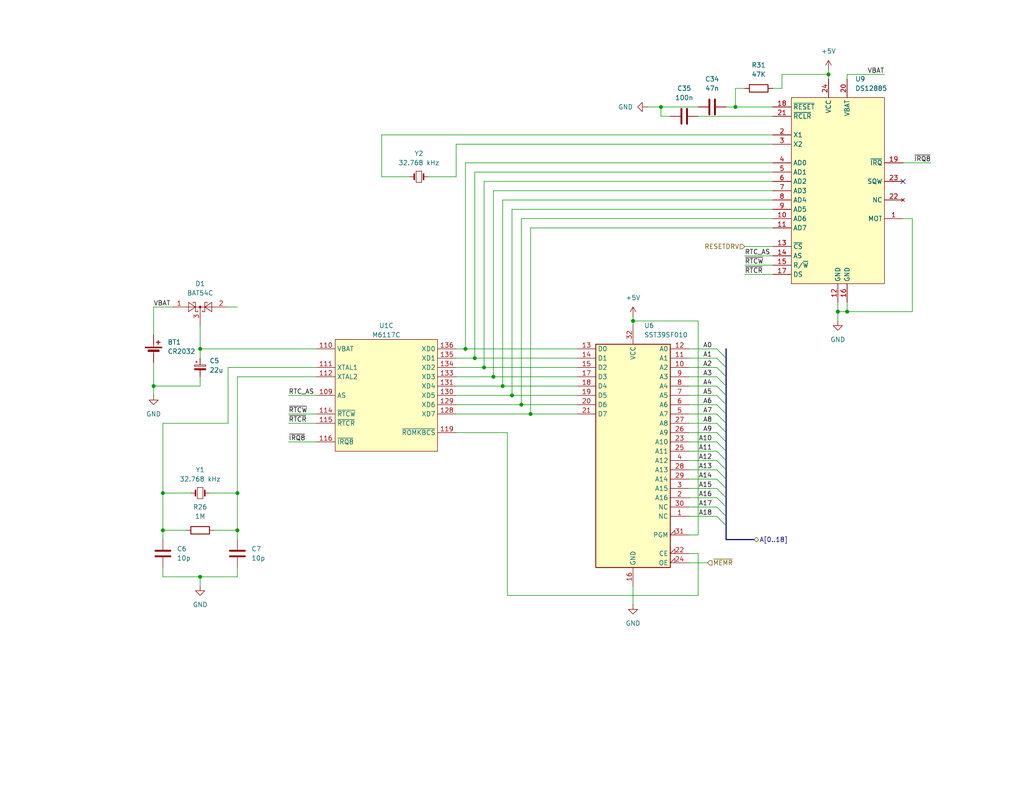
<source format=kicad_sch>
(kicad_sch (version 20231120) (generator "eeschema") (generator_version "8.0")
  (paper "USLetter")
  (lib_symbols
    (symbol "Device:Battery_Cell" (pin_numbers hide) (pin_names (offset 0) hide)
      (property "Reference" "BT" (at 2.54 2.54 0))
      (property "Value" "Battery_Cell" (at 2.54 0 0))
      (symbol "Battery_Cell_0_1"
        (rectangle (start -2.286 1.778) (end 2.286 1.524) (fill (type outline)))
        (rectangle (start -1.524 1.016) (end 1.524 0.508) (fill (type outline)))
        (polyline (pts (xy 0 0.762) (xy 0 0)))
        (polyline (pts (xy 0 1.778) (xy 0 2.54)))
        (polyline (pts (xy 0.762 3.048) (xy 1.778 3.048)) (stroke (width 0.254)))
        (polyline (pts (xy 1.27 3.556) (xy 1.27 2.54)) (stroke (width 0.254)))
      )
      (symbol "Battery_Cell_1_1"
        (pin passive line (at 0 5.08 270) (length 2.54) (name "+") (number "1"))
        (pin passive line (at 0 -2.54 90) (length 2.54) (name "-") (number "2"))
      )
    )
    (symbol "Device:C" (pin_numbers hide) (pin_names (offset 0.254))
      (property "Reference" "C" (at 0.635 2.54 0))
      (property "Value" "C" (at 0.635 -2.54 0))
      (symbol "C_0_1"
        (polyline (pts (xy -2.032 -0.762) (xy 2.032 -0.762)) (stroke (width 0.508)))
        (polyline (pts (xy -2.032 0.762) (xy 2.032 0.762)) (stroke (width 0.508)))
      )
      (symbol "C_1_1"
        (pin passive line (at 0 3.81 270) (length 2.794) (name "~") (number "1"))
        (pin passive line (at 0 -3.81 90) (length 2.794) (name "~") (number "2"))
      )
    )
    (symbol "Device:C_Polarized_Small" (pin_numbers hide) (pin_names (offset 0.254) hide)
      (property "Reference" "C" (at 0.254 1.778 0))
      (property "Value" "C_Polarized_Small" (at 0.254 -2.032 0))
      (symbol "C_Polarized_Small_0_1"
        (rectangle (start -1.524 -0.3048) (end 1.524 -0.6858) (fill (type outline)))
        (rectangle (start -1.524 0.6858) (end 1.524 0.3048))
        (polyline (pts (xy -1.27 1.524) (xy -0.762 1.524)))
        (polyline (pts (xy -1.016 1.27) (xy -1.016 1.778)))
      )
      (symbol "C_Polarized_Small_1_1"
        (pin passive line (at 0 2.54 270) (length 1.8542) (name "~") (number "1"))
        (pin passive line (at 0 -2.54 90) (length 1.8542) (name "~") (number "2"))
      )
    )
    (symbol "Device:Crystal_Small" (pin_numbers hide) (pin_names (offset 1.016) hide)
      (property "Reference" "Y" (at 0 2.54 0))
      (property "Value" "Crystal_Small" (at 0 -2.54 0))
      (symbol "Crystal_Small_0_1"
        (rectangle (start -0.762 -1.524) (end 0.762 1.524))
        (polyline (pts (xy -1.27 -0.762) (xy -1.27 0.762)) (stroke (width 0.381)))
        (polyline (pts (xy 1.27 -0.762) (xy 1.27 0.762)) (stroke (width 0.381)))
      )
      (symbol "Crystal_Small_1_1"
        (pin passive line (at -2.54 0 0) (length 1.27) (name "1") (number "1"))
        (pin passive line (at 2.54 0 180) (length 1.27) (name "2") (number "2"))
      )
    )
    (symbol "Device:R" (pin_numbers hide) (pin_names (offset 0))
      (property "Reference" "R" (at 2.032 0 90))
      (property "Value" "R" (at 0 0 90))
      (symbol "R_0_1"
        (rectangle (start -1.016 -2.54) (end 1.016 2.54) (stroke (width 0.254)))
      )
      (symbol "R_1_1"
        (pin passive line (at 0 3.81 270) (length 1.27) (name "~") (number "1"))
        (pin passive line (at 0 -3.81 90) (length 1.27) (name "~") (number "2"))
      )
    )
    (symbol "Diode:BAT54C" (pin_names (offset 1.016))
      (property "Reference" "D" (at 0.635 -3.81 0))
      (property "Value" "BAT54C" (at -6.35 3.175 0))
      (symbol "BAT54C_0_1"
        (polyline (pts (xy -1.905 0) (xy 1.905 0)))
        (polyline (pts (xy -1.905 1.27) (xy -1.905 1.016)))
        (polyline (pts (xy -1.27 -1.27) (xy -0.635 -1.27)))
        (polyline (pts (xy -1.27 0) (xy -3.81 0)))
        (polyline (pts (xy -1.27 1.27) (xy -1.905 1.27)))
        (polyline (pts (xy -1.27 1.27) (xy -1.27 -1.27)))
        (polyline (pts (xy -0.635 -1.27) (xy -0.635 -1.016)))
        (polyline (pts (xy 0.635 -1.27) (xy 0.635 -1.016)))
        (polyline (pts (xy 1.27 -1.27) (xy 0.635 -1.27)))
        (polyline (pts (xy 1.27 1.27) (xy 1.27 -1.27)))
        (polyline (pts (xy 1.27 1.27) (xy 1.905 1.27)))
        (polyline (pts (xy 1.905 1.27) (xy 1.905 1.016)))
        (polyline (pts (xy 3.81 0) (xy 1.27 0)))
        (polyline (pts (xy -3.175 -1.27) (xy -3.175 1.27) (xy -1.27 0) (xy -3.175 -1.27)))
        (polyline (pts (xy 3.175 -1.27) (xy 3.175 1.27) (xy 1.27 0) (xy 3.175 -1.27)))
        (circle (center 0 0) (radius 0.254) (fill (type outline)))
      )
      (symbol "BAT54C_1_1"
        (pin passive line (at -7.62 0 0) (length 3.81) (name "~") (number "1"))
        (pin passive line (at 7.62 0 180) (length 3.81) (name "~") (number "2"))
        (pin passive line (at 0 -5.08 90) (length 5.08) (name "~") (number "3"))
      )
    )
    (symbol "Memory_Flash:SST39SF010"
      (property "Reference" "U" (at 2.54 33.02 0))
      (property "Value" "SST39SF010" (at 0 -30.48 0))
      (symbol "SST39SF010_0_0"
        (pin power_in line (at 0 -34.29 90) (length 5.08) (name "GND") (number "16"))
        (pin power_in line (at 0 36.83 270) (length 5.08) (name "VCC") (number "32"))
      )
      (symbol "SST39SF010_0_1"
        (rectangle (start -10.16 31.75) (end 10.16 -29.21) (stroke (width 0.254)) (fill (type background)))
      )
      (symbol "SST39SF010_1_1"
        (pin input line (at -15.24 -15.24 0) (length 5.08) (name "NC") (number "1"))
        (pin input line (at -15.24 25.4 0) (length 5.08) (name "A2") (number "10"))
        (pin input line (at -15.24 27.94 0) (length 5.08) (name "A1") (number "11"))
        (pin input line (at -15.24 30.48 0) (length 5.08) (name "A0") (number "12"))
        (pin tri_state line (at 15.24 30.48 180) (length 5.08) (name "D0") (number "13"))
        (pin tri_state line (at 15.24 27.94 180) (length 5.08) (name "D1") (number "14"))
        (pin tri_state line (at 15.24 25.4 180) (length 5.08) (name "D2") (number "15"))
        (pin tri_state line (at 15.24 22.86 180) (length 5.08) (name "D3") (number "17"))
        (pin tri_state line (at 15.24 20.32 180) (length 5.08) (name "D4") (number "18"))
        (pin tri_state line (at 15.24 17.78 180) (length 5.08) (name "D5") (number "19"))
        (pin input line (at -15.24 -10.16 0) (length 5.08) (name "A16") (number "2"))
        (pin tri_state line (at 15.24 15.24 180) (length 5.08) (name "D6") (number "20"))
        (pin tri_state line (at 15.24 12.7 180) (length 5.08) (name "D7") (number "21"))
        (pin input input_low (at -15.24 -25.4 0) (length 5.08) (name "CE") (number "22"))
        (pin input line (at -15.24 5.08 0) (length 5.08) (name "A10") (number "23"))
        (pin input input_low (at -15.24 -27.94 0) (length 5.08) (name "OE") (number "24"))
        (pin input line (at -15.24 2.54 0) (length 5.08) (name "A11") (number "25"))
        (pin input line (at -15.24 7.62 0) (length 5.08) (name "A9") (number "26"))
        (pin input line (at -15.24 10.16 0) (length 5.08) (name "A8") (number "27"))
        (pin input line (at -15.24 -2.54 0) (length 5.08) (name "A13") (number "28"))
        (pin input line (at -15.24 -5.08 0) (length 5.08) (name "A14") (number "29"))
        (pin input line (at -15.24 -7.62 0) (length 5.08) (name "A15") (number "3"))
        (pin input line (at -15.24 -12.7 0) (length 5.08) (name "NC") (number "30"))
        (pin input input_low (at -15.24 -20.32 0) (length 5.08) (name "PGM") (number "31"))
        (pin input line (at -15.24 0 0) (length 5.08) (name "A12") (number "4"))
        (pin input line (at -15.24 12.7 0) (length 5.08) (name "A7") (number "5"))
        (pin input line (at -15.24 15.24 0) (length 5.08) (name "A6") (number "6"))
        (pin input line (at -15.24 17.78 0) (length 5.08) (name "A5") (number "7"))
        (pin input line (at -15.24 20.32 0) (length 5.08) (name "A4") (number "8"))
        (pin input line (at -15.24 22.86 0) (length 5.08) (name "A3") (number "9"))
      )
    )
    (symbol "pc-parts:DS12885"
      (property "Reference" "U" (at 0 0 0))
      (property "Value" "DS12885" (at 0 0 0))
      (symbol "DS12885_0_0"
        (pin input line (at 17.78 -7.62 180) (length 5.08) (name "MOT") (number "1"))
        (pin bidirectional line (at -17.78 -7.62 0) (length 5.08) (name "AD6") (number "10"))
        (pin bidirectional line (at -17.78 -10.16 0) (length 5.08) (name "AD7") (number "11"))
        (pin power_in line (at 0 -30.48 90) (length 5.08) (name "GND") (number "12"))
        (pin input line (at -17.78 -15.24 0) (length 5.08) (name "~{CS}") (number "13"))
        (pin input line (at -17.78 -17.78 0) (length 5.08) (name "AS") (number "14"))
        (pin input line (at -17.78 -20.32 0) (length 5.08) (name "R/~{W}") (number "15"))
        (pin power_in line (at 2.54 -30.48 90) (length 5.08) (name "GND") (number "16"))
        (pin input line (at -17.78 -22.86 0) (length 5.08) (name "DS") (number "17"))
        (pin input line (at -17.78 22.86 0) (length 5.08) (name "~{RESET}") (number "18"))
        (pin output line (at 17.78 7.62 180) (length 5.08) (name "~{IRQ}") (number "19"))
        (pin bidirectional line (at -17.78 15.24 0) (length 5.08) (name "X1") (number "2"))
        (pin power_in line (at 2.54 30.48 270) (length 5.08) (name "VBAT") (number "20"))
        (pin input line (at -17.78 20.32 0) (length 5.08) (name "~{RCLR}") (number "21"))
        (pin no_connect line (at 17.78 -2.54 180) (length 5.08) (name "NC") (number "22"))
        (pin output line (at 17.78 2.54 180) (length 5.08) (name "SQW") (number "23"))
        (pin power_in line (at -2.54 30.48 270) (length 5.08) (name "VCC") (number "24"))
        (pin bidirectional line (at -17.78 12.7 0) (length 5.08) (name "X2") (number "3"))
        (pin bidirectional line (at -17.78 7.62 0) (length 5.08) (name "AD0") (number "4"))
        (pin bidirectional line (at -17.78 5.08 0) (length 5.08) (name "AD1") (number "5"))
        (pin bidirectional line (at -17.78 2.54 0) (length 5.08) (name "AD2") (number "6"))
        (pin bidirectional line (at -17.78 0 0) (length 5.08) (name "AD3") (number "7"))
        (pin bidirectional line (at -17.78 -2.54 0) (length 5.08) (name "AD4") (number "8"))
        (pin bidirectional line (at -17.78 -5.08 0) (length 5.08) (name "AD5") (number "9"))
      )
      (symbol "DS12885_1_1"
        (rectangle (start -12.7 25.4) (end 12.7 -25.4) (fill (type background)))
      )
    )
    (symbol "pc-parts:M6117C"
      (property "Reference" "U" (at 0 0 0))
      (symbol "M6117C_1_0"
        (unit_name "Power")
        (pin power_in line (at 17.78 12.7 270) (length 5.08) (name "VCC") (number "1"))
        (pin power_in line (at -1.27 -12.7 90) (length 5.08) (name "GND") (number "104"))
        (pin power_in line (at -2.54 12.7 270) (length 5.08) (name "VCC") (number "105"))
        (pin power_in line (at 1.27 -12.7 90) (length 5.08) (name "GND") (number "118"))
        (pin power_in line (at 3.81 -12.7 90) (length 5.08) (name "GND") (number "121"))
        (pin power_in line (at -5.08 12.7 270) (length 5.08) (name "VCC") (number "125"))
        (pin power_in line (at 6.35 -12.7 90) (length 5.08) (name "GND") (number "132"))
        (pin power_in line (at -7.62 12.7 270) (length 5.08) (name "VCC") (number "137"))
        (pin power_in line (at 15.24 12.7 270) (length 5.08) (name "VCC") (number "15"))
        (pin power_in line (at -10.16 12.7 270) (length 5.08) (name "VCC") (number "150"))
        (pin power_in line (at 8.89 -12.7 90) (length 5.08) (name "GND") (number "156"))
        (pin power_in line (at -12.7 12.7 270) (length 5.08) (name "VCC") (number "157"))
        (pin power_in line (at 11.43 -12.7 90) (length 5.08) (name "GND") (number "161"))
        (pin power_in line (at 13.97 -12.7 90) (length 5.08) (name "GND") (number "169"))
        (pin power_in line (at -15.24 12.7 270) (length 5.08) (name "VCC") (number "182"))
        (pin power_in line (at 16.51 -12.7 90) (length 5.08) (name "GND") (number "188"))
        (pin power_in line (at -17.78 12.7 270) (length 5.08) (name "VCC") (number "197"))
        (pin power_in line (at 19.05 -12.7 90) (length 5.08) (name "GND") (number "208"))
        (pin power_in line (at -16.51 -12.7 90) (length 5.08) (name "GND") (number "31"))
        (pin power_in line (at 12.7 12.7 270) (length 5.08) (name "VCC") (number "38"))
        (pin power_in line (at -13.97 -12.7 90) (length 5.08) (name "GND") (number "40"))
        (pin power_in line (at 10.16 12.7 270) (length 5.08) (name "VCC") (number "46"))
        (pin power_in line (at -11.43 -12.7 90) (length 5.08) (name "GND") (number "52"))
        (pin power_in line (at 7.62 12.7 270) (length 5.08) (name "VCC") (number "53"))
        (pin power_in line (at 5.08 12.7 270) (length 5.08) (name "VCC") (number "59"))
        (pin power_in line (at -8.89 -12.7 90) (length 5.08) (name "GND") (number "65"))
        (pin power_in line (at 2.54 12.7 270) (length 5.08) (name "VCC") (number "76"))
        (pin power_in line (at -19.05 -12.7 90) (length 5.08) (name "GND") (number "8"))
        (pin power_in line (at -6.35 -12.7 90) (length 5.08) (name "GND") (number "81"))
        (pin power_in line (at 0 12.7 270) (length 5.08) (name "VCC") (number "85"))
        (pin power_in line (at -3.81 -12.7 90) (length 5.08) (name "GND") (number "94"))
      )
      (symbol "M6117C_1_1"
        (unit_name "Power")
        (rectangle (start -20.955 7.62) (end 20.955 -7.62) (fill (type background)))
      )
      (symbol "M6117C_2_0"
        (unit_name "RAM")
        (pin output line (at -19.05 16.51 0) (length 5.08) (name "MA6") (number "100"))
        (pin output line (at -19.05 19.05 0) (length 5.08) (name "MA5") (number "101"))
        (pin output line (at -19.05 21.59 0) (length 5.08) (name "MA4") (number "102"))
        (pin output line (at -19.05 24.13 0) (length 5.08) (name "MA3") (number "103"))
        (pin output line (at -19.05 26.67 0) (length 5.08) (name "MA2") (number "106"))
        (pin output line (at -19.05 29.21 0) (length 5.08) (name "MA1") (number "107"))
        (pin output line (at -19.05 31.75 0) (length 5.08) (name "MA0") (number "108"))
        (pin bidirectional line (at 19.05 -6.35 180) (length 5.08) (name "BD15") (number "58"))
        (pin bidirectional line (at 19.05 -3.81 180) (length 5.08) (name "BD14") (number "60"))
        (pin bidirectional line (at 19.05 -1.27 180) (length 5.08) (name "BD13") (number "61"))
        (pin bidirectional line (at 19.05 1.27 180) (length 5.08) (name "BD12") (number "62"))
        (pin bidirectional line (at 19.05 3.81 180) (length 5.08) (name "BD11") (number "63"))
        (pin bidirectional line (at 19.05 6.35 180) (length 5.08) (name "BD10") (number "64"))
        (pin bidirectional line (at 19.05 8.89 180) (length 5.08) (name "BD9") (number "66"))
        (pin bidirectional line (at 19.05 11.43 180) (length 5.08) (name "BD8") (number "67"))
        (pin bidirectional line (at 19.05 13.97 180) (length 5.08) (name "BD7") (number "68"))
        (pin bidirectional line (at 19.05 16.51 180) (length 5.08) (name "BD6") (number "69"))
        (pin bidirectional line (at 19.05 19.05 180) (length 5.08) (name "BD5") (number "70"))
        (pin bidirectional line (at 19.05 21.59 180) (length 5.08) (name "BD4") (number "71"))
        (pin bidirectional line (at 19.05 24.13 180) (length 5.08) (name "BD3") (number "72"))
        (pin bidirectional line (at 19.05 26.67 180) (length 5.08) (name "BD2") (number "73"))
        (pin bidirectional line (at 19.05 29.21 180) (length 5.08) (name "BD1") (number "74"))
        (pin bidirectional line (at 19.05 31.75 180) (length 5.08) (name "BD0") (number "75"))
        (pin bidirectional line (at 19.05 -11.43 180) (length 5.08) (name "PDH") (number "77"))
        (pin bidirectional line (at 19.05 -13.97 180) (length 5.08) (name "PDL") (number "78"))
        (pin output line (at 19.05 -19.05 180) (length 5.08) (name "~{WE}") (number "79"))
        (pin output line (at -19.05 -8.89 0) (length 5.08) (name "~{RAS3}") (number "80"))
        (pin output line (at -19.05 -6.35 0) (length 5.08) (name "~{RAS2}") (number "82"))
        (pin output line (at -19.05 -3.81 0) (length 5.08) (name "~{RAS1}") (number "83"))
        (pin output line (at -19.05 -1.27 0) (length 5.08) (name "~{RAS0}") (number "84"))
        (pin output line (at -19.05 -31.75 0) (length 5.08) (name "~{CAS3H}") (number "86"))
        (pin output line (at -19.05 -29.21 0) (length 5.08) (name "~{CAS3L}") (number "87"))
        (pin output line (at -19.05 -26.67 0) (length 5.08) (name "~{CAS2H}") (number "88"))
        (pin output line (at -19.05 -24.13 0) (length 5.08) (name "~{CAS2L}") (number "89"))
        (pin output line (at -19.05 -21.59 0) (length 5.08) (name "~{CAS1H}") (number "90"))
        (pin output line (at -19.05 -19.05 0) (length 5.08) (name "~{CAS1L}") (number "91"))
        (pin output line (at -19.05 -16.51 0) (length 5.08) (name "~{CAS0H}") (number "92"))
        (pin output line (at -19.05 -13.97 0) (length 5.08) (name "~{CAS0L}") (number "93"))
        (pin output line (at -19.05 3.81 0) (length 5.08) (name "MA11") (number "95"))
        (pin output line (at -19.05 6.35 0) (length 5.08) (name "MA10") (number "96"))
        (pin output line (at -19.05 8.89 0) (length 5.08) (name "MA9") (number "97"))
        (pin output line (at -19.05 11.43 0) (length 5.08) (name "MA8") (number "98"))
        (pin output line (at -19.05 13.97 0) (length 5.08) (name "MA7") (number "99"))
      )
      (symbol "M6117C_2_1"
        (unit_name "RAM")
        (rectangle (start -13.97 33.655) (end 13.97 -33.655) (fill (type background)))
      )
      (symbol "M6117C_3_0"
        (unit_name "RTC and ROM Interface")
        (pin output line (at -19.05 0 0) (length 5.08) (name "AS") (number "109"))
        (pin power_in line (at -19.05 12.7 0) (length 5.08) (name "VBAT") (number "110"))
        (pin input line (at -19.05 7.62 0) (length 5.08) (name "XTAL1") (number "111"))
        (pin output line (at -19.05 5.08 0) (length 5.08) (name "XTAL2") (number "112"))
        (pin output line (at -19.05 -5.08 0) (length 5.08) (name "~{RTCW}") (number "114"))
        (pin output line (at -19.05 -7.62 0) (length 5.08) (name "~{RTCR}") (number "115"))
        (pin input line (at -19.05 -12.7 0) (length 5.08) (name "~{IRQ8}") (number "116"))
        (pin bidirectional line (at 19.05 -10.16 180) (length 5.08) (name "~{ROMKBCS}") (number "119"))
        (pin bidirectional line (at 19.05 -5.08 180) (length 5.08) (name "XD7") (number "128"))
        (pin bidirectional line (at 19.05 -2.54 180) (length 5.08) (name "XD6") (number "129"))
        (pin bidirectional line (at 19.05 0 180) (length 5.08) (name "XD5") (number "130"))
        (pin bidirectional line (at 19.05 2.54 180) (length 5.08) (name "XD4") (number "131"))
        (pin bidirectional line (at 19.05 5.08 180) (length 5.08) (name "XD3") (number "133"))
        (pin bidirectional line (at 19.05 7.62 180) (length 5.08) (name "XD2") (number "134"))
        (pin bidirectional line (at 19.05 10.16 180) (length 5.08) (name "XD1") (number "135"))
        (pin bidirectional line (at 19.05 12.7 180) (length 5.08) (name "XD0") (number "136"))
      )
      (symbol "M6117C_3_1"
        (unit_name "RTC and ROM Interface")
        (rectangle (start -13.97 15.24) (end 13.97 -15.24) (fill (type background)))
      )
      (symbol "M6117C_4_0"
        (unit_name "NPU Interface")
        (pin output line (at 19.05 -8.89 180) (length 5.08) (name "~{RDY0}") (number "30"))
        (pin output line (at 19.05 -3.81 180) (length 5.08) (name "~{BEH}") (number "36"))
        (pin output line (at 19.05 -6.35 180) (length 5.08) (name "~{BEL}") (number "37"))
        (pin output line (at -19.05 8.89 0) (length 5.08) (name "BA25") (number "42"))
        (pin output line (at -19.05 6.35 0) (length 5.08) (name "BA24") (number "43"))
        (pin output line (at -19.05 3.81 0) (length 5.08) (name "BA23") (number "44"))
        (pin output line (at -19.05 1.27 0) (length 5.08) (name "BA2") (number "45"))
        (pin input line (at -19.05 -1.27 0) (length 5.08) (name "~{BUSY7}") (number "47"))
        (pin output line (at 19.05 8.89 180) (length 5.08) (name "W/~{R}") (number "48"))
        (pin output line (at 19.05 6.35 180) (length 5.08) (name "D/~{C}") (number "49"))
        (pin output line (at 19.05 3.81 180) (length 5.08) (name "M/~{IO}") (number "50"))
        (pin output line (at 19.05 1.27 180) (length 5.08) (name "RSTNP") (number "51"))
        (pin output line (at 19.05 -1.27 180) (length 5.08) (name "~{ADS}") (number "54"))
        (pin input line (at -19.05 -3.81 0) (length 5.08) (name "~{ERR7}") (number "55"))
        (pin input line (at -19.05 -6.35 0) (length 5.08) (name "~{NPRDY7}") (number "56"))
        (pin input line (at -19.05 -8.89 0) (length 5.08) (name "PRQ7") (number "57"))
      )
      (symbol "M6117C_4_1"
        (unit_name "NPU Interface")
        (rectangle (start -13.97 10.795) (end 13.97 -10.795) (fill (type background)))
      )
      (symbol "M6117C_5_0"
        (unit_name "Keyboard and Mouse")
        (pin bidirectional line (at 19.05 5.08 180) (length 5.08) (name "KBCLK") (number "122"))
        (pin bidirectional line (at 19.05 2.54 180) (length 5.08) (name "KBDATA") (number "123"))
        (pin bidirectional line (at 19.05 -5.08 180) (length 5.08) (name "MSDATA/IRQ12") (number "155"))
        (pin bidirectional line (at 19.05 -2.54 180) (length 5.08) (name "MSCLK") (number "34"))
      )
      (symbol "M6117C_5_1"
        (unit_name "Keyboard and Mouse")
        (rectangle (start -13.97 6.985) (end 13.97 -6.985) (fill (type background)))
      )
      (symbol "M6117C_6_0"
        (unit_name "ISA Interface")
        (pin bidirectional line (at 19.05 25.4 180) (length 5.08) (name "SD12") (number "10"))
        (pin bidirectional line (at 19.05 22.86 180) (length 5.08) (name "SD13") (number "11"))
        (pin bidirectional line (at 19.05 20.32 180) (length 5.08) (name "SD14") (number "12"))
        (pin bidirectional line (at -19.05 -27.94 0) (length 5.08) (name "IRQ1") (number "124"))
        (pin bidirectional line (at 19.05 17.78 180) (length 5.08) (name "SD15") (number "13"))
        (pin bidirectional line (at 19.05 38.1 180) (length 5.08) (name "SD7") (number "138"))
        (pin bidirectional line (at 19.05 40.64 180) (length 5.08) (name "SD6") (number "139"))
        (pin output line (at -19.05 38.1 0) (length 5.08) (name "TC") (number "14"))
        (pin bidirectional line (at 19.05 43.18 180) (length 5.08) (name "SD5") (number "140"))
        (pin bidirectional line (at 19.05 45.72 180) (length 5.08) (name "SD4") (number "141"))
        (pin bidirectional line (at 19.05 48.26 180) (length 5.08) (name "SD3") (number "142"))
        (pin bidirectional line (at 19.05 50.8 180) (length 5.08) (name "SD2") (number "143"))
        (pin bidirectional line (at 19.05 53.34 180) (length 5.08) (name "SD1") (number "144"))
        (pin bidirectional line (at 19.05 55.88 180) (length 5.08) (name "SD0") (number "145"))
        (pin input line (at -19.05 -43.18 0) (length 5.08) (name "IRQ9") (number "146"))
        (pin input line (at -19.05 -40.64 0) (length 5.08) (name "IRQ7") (number "147"))
        (pin input line (at -19.05 -38.1 0) (length 5.08) (name "IRQ6") (number "148"))
        (pin input line (at -19.05 -35.56 0) (length 5.08) (name "IRQ5") (number "149"))
        (pin input line (at -19.05 -33.02 0) (length 5.08) (name "IRQ4") (number "151"))
        (pin input line (at -19.05 -30.48 0) (length 5.08) (name "IRQ3") (number "152"))
        (pin input line (at -19.05 -45.72 0) (length 5.08) (name "IRQ10") (number "153"))
        (pin input line (at -19.05 -48.26 0) (length 5.08) (name "IRQ11") (number "154"))
        (pin input line (at -19.05 -50.8 0) (length 5.08) (name "IRQ14") (number "158"))
        (pin input line (at -19.05 -53.34 0) (length 5.08) (name "IRQ15") (number "159"))
        (pin bidirectional line (at -19.05 10.16 0) (length 5.08) (name "~{DACK0}") (number "16"))
        (pin bidirectional line (at -19.05 35.56 0) (length 5.08) (name "~{REFRESH}") (number "163"))
        (pin input line (at -19.05 33.02 0) (length 5.08) (name "IOCHRDY") (number "164"))
        (pin bidirectional line (at -19.05 30.48 0) (length 5.08) (name "~{IOR}") (number "166"))
        (pin bidirectional line (at -19.05 27.94 0) (length 5.08) (name "~{IOW}") (number "167"))
        (pin output line (at -19.05 25.4 0) (length 5.08) (name "~{SMEMR}") (number "168"))
        (pin bidirectional line (at -19.05 7.62 0) (length 5.08) (name "DRQ0") (number "17"))
        (pin output line (at -19.05 22.86 0) (length 5.08) (name "~{SMEMW}") (number "170"))
        (pin bidirectional line (at -19.05 20.32 0) (length 5.08) (name "~{MRD}") (number "171"))
        (pin bidirectional line (at -19.05 17.78 0) (length 5.08) (name "~{MWT}") (number "172"))
        (pin output line (at -19.05 15.24 0) (length 5.08) (name "BALE") (number "173"))
        (pin bidirectional line (at 19.05 -35.56 180) (length 5.08) (name "~{HDCS1}/SA19") (number "174"))
        (pin bidirectional line (at 19.05 -33.02 180) (length 5.08) (name "~{HDCS0}/SA18") (number "175"))
        (pin bidirectional line (at 19.05 -30.48 180) (length 5.08) (name "~{HDEN}/SA17") (number "176"))
        (pin bidirectional line (at 19.05 -27.94 180) (length 5.08) (name "SA16") (number "177"))
        (pin bidirectional line (at 19.05 -25.4 180) (length 5.08) (name "SA15") (number "178"))
        (pin bidirectional line (at 19.05 -22.86 180) (length 5.08) (name "SA14") (number "179"))
        (pin bidirectional line (at -19.05 5.08 0) (length 5.08) (name "~{DACK1}") (number "18"))
        (pin bidirectional line (at 19.05 -20.32 180) (length 5.08) (name "SA13") (number "180"))
        (pin bidirectional line (at 19.05 -17.78 180) (length 5.08) (name "SA12") (number "181"))
        (pin bidirectional line (at 19.05 -15.24 180) (length 5.08) (name "SA11") (number "183"))
        (pin bidirectional line (at 19.05 -12.7 180) (length 5.08) (name "SA10") (number "184"))
        (pin bidirectional line (at 19.05 -10.16 180) (length 5.08) (name "SA9") (number "185"))
        (pin bidirectional line (at 19.05 -7.62 180) (length 5.08) (name "SA8") (number "186"))
        (pin bidirectional line (at 19.05 -5.08 180) (length 5.08) (name "SA7") (number "187"))
        (pin bidirectional line (at 19.05 -2.54 180) (length 5.08) (name "SA6") (number "189"))
        (pin bidirectional line (at -19.05 2.54 0) (length 5.08) (name "DRQ1") (number "19"))
        (pin bidirectional line (at 19.05 0 180) (length 5.08) (name "SA5") (number "190"))
        (pin bidirectional line (at 19.05 2.54 180) (length 5.08) (name "SA4") (number "191"))
        (pin bidirectional line (at 19.05 5.08 180) (length 5.08) (name "SA3") (number "192"))
        (pin bidirectional line (at 19.05 7.62 180) (length 5.08) (name "SA2") (number "193"))
        (pin bidirectional line (at 19.05 10.16 180) (length 5.08) (name "SA1") (number "194"))
        (pin bidirectional line (at 19.05 12.7 180) (length 5.08) (name "SA0") (number "195"))
        (pin input line (at -19.05 48.26 0) (length 5.08) (name "~{IOCHK}") (number "196"))
        (pin input line (at -19.05 45.72 0) (length 5.08) (name "~{MASTER}") (number "198"))
        (pin bidirectional line (at -19.05 43.18 0) (length 5.08) (name "AEN") (number "199"))
        (pin bidirectional line (at -19.05 0 0) (length 5.08) (name "~{DACK2}") (number "20"))
        (pin bidirectional line (at -19.05 40.64 0) (length 5.08) (name "~{BHE}") (number "200"))
        (pin bidirectional line (at 19.05 -55.88 180) (length 5.08) (name "LA23") (number "201"))
        (pin bidirectional line (at 19.05 -53.34 180) (length 5.08) (name "LA22") (number "202"))
        (pin bidirectional line (at 19.05 -50.8 180) (length 5.08) (name "LA21") (number "203"))
        (pin bidirectional line (at 19.05 -48.26 180) (length 5.08) (name "LA20") (number "204"))
        (pin bidirectional line (at 19.05 -45.72 180) (length 5.08) (name "LA19") (number "205"))
        (pin bidirectional line (at 19.05 -43.18 180) (length 5.08) (name "LA18") (number "206"))
        (pin bidirectional line (at 19.05 -40.64 180) (length 5.08) (name "LA17") (number "207"))
        (pin bidirectional line (at -19.05 -2.54 0) (length 5.08) (name "DRQ2") (number "21"))
        (pin bidirectional line (at -19.05 -5.08 0) (length 5.08) (name "~{DACK3}") (number "22"))
        (pin bidirectional line (at -19.05 -7.62 0) (length 5.08) (name "DRQ3") (number "23"))
        (pin bidirectional line (at -19.05 -10.16 0) (length 5.08) (name "~{DACK5}") (number "24"))
        (pin bidirectional line (at -19.05 -12.7 0) (length 5.08) (name "DRQ5") (number "25"))
        (pin bidirectional line (at -19.05 -15.24 0) (length 5.08) (name "~{DACK6}") (number "26"))
        (pin bidirectional line (at -19.05 -17.78 0) (length 5.08) (name "DRQ6") (number "27"))
        (pin bidirectional line (at -19.05 -20.32 0) (length 5.08) (name "~{DACK7}") (number "28"))
        (pin bidirectional line (at -19.05 -22.86 0) (length 5.08) (name "DRQ7") (number "29"))
        (pin input line (at -19.05 53.34 0) (length 5.08) (name "~{IO16}") (number "3"))
        (pin input line (at -19.05 50.8 0) (length 5.08) (name "~{MEM16}") (number "4"))
        (pin bidirectional line (at 19.05 35.56 180) (length 5.08) (name "SD8") (number "5"))
        (pin bidirectional line (at 19.05 33.02 180) (length 5.08) (name "SD9") (number "6"))
        (pin bidirectional line (at 19.05 30.48 180) (length 5.08) (name "SD10") (number "7"))
        (pin bidirectional line (at 19.05 27.94 180) (length 5.08) (name "SD11") (number "9"))
      )
      (symbol "M6117C_6_1"
        (unit_name "ISA Interface")
        (rectangle (start -13.97 58.42) (end 13.97 -58.42) (fill (type background)))
      )
      (symbol "M6117C_7_0"
        (unit_name "Oscillators and Misc")
        (pin input line (at -19.05 5.08 0) (length 5.08) (name "PWG") (number "113"))
        (pin input line (at -19.05 10.16 0) (length 5.08) (name "OSC14M") (number "117"))
        (pin output line (at 19.05 10.16 180) (length 5.08) (name "CK7M") (number "120"))
        (pin input line (at -19.05 -10.16 0) (length 5.08) (name "EXTSW2") (number "126"))
        (pin input line (at -19.05 -12.7 0) (length 5.08) (name "EXTSW1") (number "127"))
        (pin output line (at 19.05 7.62 180) (length 5.08) (name "ATCLK") (number "160"))
        (pin output line (at 19.05 2.54 180) (length 5.08) (name "RSTDRV") (number "162"))
        (pin input line (at -19.05 -5.08 0) (length 5.08) (name "~{NOWS}") (number "165"))
        (pin input line (at -19.05 0 0) (length 5.08) (name "~{TEST}") (number "2"))
        (pin output line (at 19.05 -2.54 180) (length 5.08) (name "SPKR") (number "32"))
        (pin output line (at 19.05 -7.62 180) (length 5.08) (name "CPUSPD") (number "33"))
        (pin output line (at 19.05 -12.7 180) (length 5.08) (name "ENPOWER") (number "35"))
        (pin input line (at -19.05 12.7 0) (length 5.08) (name "BCLK2") (number "39"))
        (pin output line (at 19.05 12.7 180) (length 5.08) (name "BCLK1") (number "41"))
      )
      (symbol "M6117C_7_1"
        (unit_name "Oscillators and Misc")
        (rectangle (start -13.97 15.24) (end 13.97 -15.24) (fill (type background)))
      )
    )
    (symbol "power:+5V" (power) (pin_numbers hide) (pin_names (offset 0) hide)
      (property "Value" "+5V" (at 0 3.556 0))
      (symbol "+5V_0_1"
        (polyline (pts (xy -0.762 1.27) (xy 0 2.54)))
        (polyline (pts (xy 0 0) (xy 0 2.54)))
        (polyline (pts (xy 0 2.54) (xy 0.762 1.27)))
      )
      (symbol "+5V_1_1"
        (pin power_in line (at 0 0 90) (length 0) (name "~") (number "1"))
      )
    )
    (symbol "power:GND" (power) (pin_numbers hide) (pin_names (offset 0) hide)
      (property "Value" "GND" (at 0 -3.81 0))
      (symbol "GND_0_1"
        (polyline (pts (xy 0 0) (xy 0 -1.27) (xy 1.27 -1.27) (xy 0 -2.54) (xy -1.27 -1.27) (xy 0 -1.27)))
      )
      (symbol "GND_1_1"
        (pin power_in line (at 0 0 270) (length 0) (name "~") (number "1"))
      )
    )
  )
  (junction (at 142.24 110.49))
  (junction (at 132.08 100.33))
  (junction (at 134.62 102.87))
  (junction (at 64.77 144.78))
  (junction (at 226.06 20.32))
  (junction (at 127 95.25))
  (junction (at 41.91 105.41))
  (junction (at 200.66 29.21))
  (junction (at 139.7 107.95))
  (junction (at 44.45 134.62))
  (junction (at 231.14 85.09))
  (junction (at 137.16 105.41))
  (junction (at 64.77 134.62))
  (junction (at 54.61 95.25))
  (junction (at 180.34 29.21))
  (junction (at 54.61 157.48))
  (junction (at 172.72 87.63))
  (junction (at 129.54 97.79))
  (junction (at 144.78 113.03))
  (junction (at 44.45 144.78))
  (junction (at 228.6 85.09))
  (no_connect (at 246.38 49.53))
  (bus_entry (at 195.58 138.43) (size 2.54 2.54))
  (bus_entry (at 195.58 140.97) (size 2.54 2.54))
  (bus_entry (at 195.58 97.79) (size 2.54 2.54))
  (bus_entry (at 195.58 105.41) (size 2.54 2.54))
  (bus_entry (at 195.58 107.95) (size 2.54 2.54))
  (bus_entry (at 195.58 135.89) (size 2.54 2.54))
  (bus_entry (at 195.58 123.19) (size 2.54 2.54))
  (bus_entry (at 195.58 125.73) (size 2.54 2.54))
  (bus_entry (at 195.58 95.25) (size 2.54 2.54))
  (bus_entry (at 195.58 128.27) (size 2.54 2.54))
  (bus_entry (at 195.58 102.87) (size 2.54 2.54))
  (bus_entry (at 195.58 110.49) (size 2.54 2.54))
  (bus_entry (at 195.58 133.35) (size 2.54 2.54))
  (bus_entry (at 195.58 130.81) (size 2.54 2.54))
  (bus_entry (at 195.58 100.33) (size 2.54 2.54))
  (bus_entry (at 195.58 115.57) (size 2.54 2.54))
  (bus_entry (at 195.58 120.65) (size 2.54 2.54))
  (bus_entry (at 195.58 118.11) (size 2.54 2.54))
  (bus_entry (at 195.58 113.03) (size 2.54 2.54))
  (wire (pts (xy 187.96 153.67) (xy 193.04 153.67)))
  (wire (pts (xy 203.2 69.85) (xy 210.82 69.85)))
  (wire (pts (xy 44.45 115.57) (xy 62.23 115.57)))
  (wire (pts (xy 132.08 49.53) (xy 132.08 100.33)))
  (wire (pts (xy 139.7 107.95) (xy 139.7 57.15)))
  (wire (pts (xy 50.8 144.78) (xy 44.45 144.78)))
  (bus (pts (xy 198.12 107.95) (xy 198.12 110.49)))
  (wire (pts (xy 210.82 44.45) (xy 127 44.45)))
  (wire (pts (xy 134.62 102.87) (xy 157.48 102.87)))
  (wire (pts (xy 64.77 102.87) (xy 64.77 134.62)))
  (wire (pts (xy 124.46 118.11) (xy 138.43 118.11)))
  (wire (pts (xy 41.91 105.41) (xy 54.61 105.41)))
  (wire (pts (xy 127 95.25) (xy 157.48 95.25)))
  (wire (pts (xy 213.36 24.13) (xy 210.82 24.13)))
  (wire (pts (xy 124.46 105.41) (xy 137.16 105.41)))
  (wire (pts (xy 62.23 100.33) (xy 86.36 100.33)))
  (bus (pts (xy 198.12 120.65) (xy 198.12 123.19)))
  (wire (pts (xy 228.6 82.55) (xy 228.6 85.09)))
  (wire (pts (xy 187.96 118.11) (xy 195.58 118.11)))
  (wire (pts (xy 54.61 157.48) (xy 64.77 157.48)))
  (wire (pts (xy 54.61 95.25) (xy 86.36 95.25)))
  (wire (pts (xy 187.96 105.41) (xy 195.58 105.41)))
  (wire (pts (xy 54.61 157.48) (xy 44.45 157.48)))
  (wire (pts (xy 54.61 160.02) (xy 54.61 157.48)))
  (bus (pts (xy 198.12 138.43) (xy 198.12 140.97)))
  (wire (pts (xy 104.14 48.26) (xy 104.14 36.83)))
  (bus (pts (xy 198.12 130.81) (xy 198.12 133.35)))
  (wire (pts (xy 111.76 48.26) (xy 104.14 48.26)))
  (wire (pts (xy 187.96 130.81) (xy 195.58 130.81)))
  (wire (pts (xy 58.42 144.78) (xy 64.77 144.78)))
  (wire (pts (xy 226.06 21.59) (xy 226.06 20.32)))
  (wire (pts (xy 129.54 97.79) (xy 129.54 46.99)))
  (wire (pts (xy 200.66 24.13) (xy 203.2 24.13)))
  (wire (pts (xy 187.96 102.87) (xy 195.58 102.87)))
  (wire (pts (xy 231.14 82.55) (xy 231.14 85.09)))
  (wire (pts (xy 213.36 20.32) (xy 213.36 24.13)))
  (wire (pts (xy 64.77 157.48) (xy 64.77 154.94)))
  (wire (pts (xy 129.54 46.99) (xy 210.82 46.99)))
  (wire (pts (xy 231.14 20.32) (xy 241.3 20.32)))
  (wire (pts (xy 176.53 29.21) (xy 180.34 29.21)))
  (wire (pts (xy 64.77 144.78) (xy 64.77 134.62)))
  (wire (pts (xy 187.96 138.43) (xy 195.58 138.43)))
  (wire (pts (xy 187.96 133.35) (xy 195.58 133.35)))
  (wire (pts (xy 231.14 85.09) (xy 248.92 85.09)))
  (bus (pts (xy 198.12 118.11) (xy 198.12 120.65)))
  (wire (pts (xy 203.2 74.93) (xy 210.82 74.93)))
  (wire (pts (xy 142.24 59.69) (xy 142.24 110.49)))
  (wire (pts (xy 172.72 160.02) (xy 172.72 165.1)))
  (wire (pts (xy 54.61 95.25) (xy 54.61 97.79)))
  (bus (pts (xy 198.12 143.51) (xy 198.12 147.32)))
  (wire (pts (xy 41.91 105.41) (xy 41.91 107.95)))
  (bus (pts (xy 198.12 102.87) (xy 198.12 105.41)))
  (bus (pts (xy 198.12 100.33) (xy 198.12 102.87)))
  (wire (pts (xy 187.96 115.57) (xy 195.58 115.57)))
  (bus (pts (xy 205.74 147.32) (xy 198.12 147.32)))
  (wire (pts (xy 203.2 72.39) (xy 210.82 72.39)))
  (bus (pts (xy 198.12 105.41) (xy 198.12 107.95)))
  (wire (pts (xy 210.82 54.61) (xy 137.16 54.61)))
  (wire (pts (xy 44.45 157.48) (xy 44.45 154.94)))
  (wire (pts (xy 172.72 88.9) (xy 172.72 87.63)))
  (wire (pts (xy 187.96 110.49) (xy 195.58 110.49)))
  (wire (pts (xy 124.46 110.49) (xy 142.24 110.49)))
  (wire (pts (xy 144.78 113.03) (xy 157.48 113.03)))
  (wire (pts (xy 124.46 39.37) (xy 210.82 39.37)))
  (wire (pts (xy 64.77 144.78) (xy 64.77 147.32)))
  (wire (pts (xy 187.96 120.65) (xy 195.58 120.65)))
  (wire (pts (xy 187.96 135.89) (xy 195.58 135.89)))
  (wire (pts (xy 78.74 115.57) (xy 86.36 115.57)))
  (wire (pts (xy 246.38 44.45) (xy 254 44.45)))
  (wire (pts (xy 180.34 29.21) (xy 190.5 29.21)))
  (wire (pts (xy 226.06 19.05) (xy 226.06 20.32)))
  (bus (pts (xy 198.12 95.25) (xy 198.12 97.79)))
  (wire (pts (xy 203.2 67.31) (xy 210.82 67.31)))
  (wire (pts (xy 228.6 85.09) (xy 228.6 87.63)))
  (wire (pts (xy 172.72 86.36) (xy 172.72 87.63)))
  (wire (pts (xy 62.23 83.82) (xy 64.77 83.82)))
  (wire (pts (xy 44.45 144.78) (xy 44.45 134.62)))
  (wire (pts (xy 187.96 107.95) (xy 195.58 107.95)))
  (bus (pts (xy 198.12 113.03) (xy 198.12 115.57)))
  (wire (pts (xy 231.14 21.59) (xy 231.14 20.32)))
  (wire (pts (xy 187.96 140.97) (xy 195.58 140.97)))
  (wire (pts (xy 144.78 62.23) (xy 210.82 62.23)))
  (wire (pts (xy 198.12 29.21) (xy 200.66 29.21)))
  (bus (pts (xy 198.12 97.79) (xy 198.12 100.33)))
  (wire (pts (xy 187.96 125.73) (xy 195.58 125.73)))
  (wire (pts (xy 190.5 151.13) (xy 187.96 151.13)))
  (wire (pts (xy 132.08 100.33) (xy 157.48 100.33)))
  (wire (pts (xy 52.07 134.62) (xy 44.45 134.62)))
  (wire (pts (xy 41.91 83.82) (xy 46.99 83.82)))
  (bus (pts (xy 198.12 125.73) (xy 198.12 128.27)))
  (wire (pts (xy 57.15 134.62) (xy 64.77 134.62)))
  (wire (pts (xy 124.46 95.25) (xy 127 95.25)))
  (wire (pts (xy 248.92 85.09) (xy 248.92 59.69)))
  (wire (pts (xy 44.45 134.62) (xy 44.45 115.57)))
  (wire (pts (xy 138.43 118.11) (xy 138.43 162.56)))
  (wire (pts (xy 228.6 85.09) (xy 231.14 85.09)))
  (wire (pts (xy 144.78 113.03) (xy 144.78 62.23)))
  (wire (pts (xy 172.72 87.63) (xy 190.5 87.63)))
  (wire (pts (xy 182.88 31.75) (xy 180.34 31.75)))
  (wire (pts (xy 124.46 107.95) (xy 139.7 107.95)))
  (wire (pts (xy 142.24 110.49) (xy 157.48 110.49)))
  (wire (pts (xy 124.46 97.79) (xy 129.54 97.79)))
  (bus (pts (xy 198.12 123.19) (xy 198.12 125.73)))
  (wire (pts (xy 86.36 102.87) (xy 64.77 102.87)))
  (wire (pts (xy 116.84 48.26) (xy 124.46 48.26)))
  (wire (pts (xy 187.96 95.25) (xy 195.58 95.25)))
  (wire (pts (xy 210.82 49.53) (xy 132.08 49.53)))
  (wire (pts (xy 200.66 29.21) (xy 200.66 24.13)))
  (wire (pts (xy 104.14 36.83) (xy 210.82 36.83)))
  (wire (pts (xy 134.62 102.87) (xy 134.62 52.07)))
  (wire (pts (xy 129.54 97.79) (xy 157.48 97.79)))
  (wire (pts (xy 78.74 107.95) (xy 86.36 107.95)))
  (wire (pts (xy 139.7 107.95) (xy 157.48 107.95)))
  (bus (pts (xy 198.12 140.97) (xy 198.12 143.51)))
  (wire (pts (xy 190.5 146.05) (xy 187.96 146.05)))
  (wire (pts (xy 124.46 113.03) (xy 144.78 113.03)))
  (wire (pts (xy 44.45 144.78) (xy 44.45 147.32)))
  (wire (pts (xy 41.91 99.06) (xy 41.91 105.41)))
  (wire (pts (xy 124.46 100.33) (xy 132.08 100.33)))
  (bus (pts (xy 198.12 128.27) (xy 198.12 130.81)))
  (bus (pts (xy 198.12 110.49) (xy 198.12 113.03)))
  (wire (pts (xy 139.7 57.15) (xy 210.82 57.15)))
  (wire (pts (xy 134.62 52.07) (xy 210.82 52.07)))
  (bus (pts (xy 198.12 135.89) (xy 198.12 138.43)))
  (wire (pts (xy 86.36 120.65) (xy 78.74 120.65)))
  (wire (pts (xy 187.96 123.19) (xy 195.58 123.19)))
  (wire (pts (xy 190.5 87.63) (xy 190.5 146.05)))
  (wire (pts (xy 124.46 39.37) (xy 124.46 48.26)))
  (wire (pts (xy 180.34 31.75) (xy 180.34 29.21)))
  (wire (pts (xy 137.16 54.61) (xy 137.16 105.41)))
  (wire (pts (xy 41.91 91.44) (xy 41.91 83.82)))
  (wire (pts (xy 226.06 20.32) (xy 213.36 20.32)))
  (wire (pts (xy 54.61 88.9) (xy 54.61 95.25)))
  (wire (pts (xy 190.5 162.56) (xy 190.5 151.13)))
  (wire (pts (xy 54.61 102.87) (xy 54.61 105.41)))
  (wire (pts (xy 187.96 97.79) (xy 195.58 97.79)))
  (bus (pts (xy 198.12 133.35) (xy 198.12 135.89)))
  (wire (pts (xy 190.5 31.75) (xy 210.82 31.75)))
  (wire (pts (xy 187.96 113.03) (xy 195.58 113.03)))
  (wire (pts (xy 62.23 115.57) (xy 62.23 100.33)))
  (wire (pts (xy 187.96 128.27) (xy 195.58 128.27)))
  (wire (pts (xy 210.82 29.21) (xy 200.66 29.21)))
  (wire (pts (xy 124.46 102.87) (xy 134.62 102.87)))
  (wire (pts (xy 137.16 105.41) (xy 157.48 105.41)))
  (wire (pts (xy 248.92 59.69) (xy 246.38 59.69)))
  (wire (pts (xy 187.96 100.33) (xy 195.58 100.33)))
  (wire (pts (xy 210.82 59.69) (xy 142.24 59.69)))
  (wire (pts (xy 78.74 113.03) (xy 86.36 113.03)))
  (wire (pts (xy 127 44.45) (xy 127 95.25)))
  (wire (pts (xy 138.43 162.56) (xy 190.5 162.56)))
  (bus (pts (xy 198.12 115.57) (xy 198.12 118.11)))
  (label "VBAT" (at 241.3 20.32 180))
  (label "A9" (at 194.31 118.11 180))
  (label "A3" (at 194.31 102.87 180))
  (label "A8" (at 194.31 115.57 180))
  (label "~{RTCW}" (at 203.2 72.39 0))
  (label "~{RTCR}" (at 203.2 74.93 0))
  (label "A14" (at 194.31 130.81 180))
  (label "A7" (at 194.31 113.03 180))
  (label "~{IRQ8}" (at 78.74 120.65 0))
  (label "A6" (at 194.31 110.49 180))
  (label "~{RTCW}" (at 78.74 113.03 0))
  (label "A2" (at 194.31 100.33 180))
  (label "A12" (at 194.31 125.73 180))
  (label "RTC_AS" (at 78.74 107.95 0))
  (label "A15" (at 194.31 133.35 180))
  (label "RTC_AS" (at 203.2 69.85 0))
  (label "A17" (at 194.31 138.43 180))
  (label "A18" (at 194.31 140.97 180))
  (label "A4" (at 194.31 105.41 180))
  (label "A13" (at 194.31 128.27 180))
  (label "A0" (at 194.31 95.25 180))
  (label "A10" (at 194.31 120.65 180))
  (label "A1" (at 194.31 97.79 180))
  (label "A16" (at 194.31 135.89 180))
  (label "A5" (at 194.31 107.95 180))
  (label "A11" (at 194.31 123.19 180))
  (label "VBAT" (at 41.91 83.82 0))
  (label "~{IRQ8}" (at 254 44.45 180))
  (label "~{RTCR}" (at 78.74 115.57 0))
  (hierarchical_label "A[0..18]" (shape bidirectional) (at 205.74 147.32 0))
  (hierarchical_label "~{MEMR}" (shape input) (at 193.04 153.67 0))
  (hierarchical_label "RESETDRV" (shape input) (at 203.2 67.31 180))
  (symbol (lib_id "Device:C") (at 194.31 29.21 270) (unit 1)
    (property "Reference" "C34" (at 194.31 21.59 90))
    (property "Value" "47n" (at 194.31 24.13 90))
    (property "Footprint" "Capacitor_SMD:C_0603_1608Metric_Pad1.08x0.95mm_HandSolder" (effects (hide yes)))
    (property "Description" "Unpolarized capacitor" (effects (hide yes)))
  )
  (symbol (lib_id "Diode:BAT54C") (at 54.61 83.82 0) (unit 1)
    (property "Reference" "D1" (at 54.61 77.47 0))
    (property "Value" "BAT54C" (at 54.61 80.01 0))
    (property "Footprint" "Package_TO_SOT_SMD:SOT-23" (effects (hide yes)))
    (property "Datasheet" "http://www.diodes.com/_files/datasheets/ds11005.pdf" (effects (hide yes)))
    (property "Description" "dual schottky barrier diode, common cathode" (effects (hide yes)))
  )
  (symbol (lib_id "Device:Crystal_Small") (at 114.3 48.26 0) (unit 1)
    (property "Reference" "Y2" (at 114.3 41.91 0))
    (property "Value" "32.768 kHz" (at 114.3 44.45 0))
    (property "Footprint" "Crystal:Crystal_AT310_D3.0mm_L10.0mm_Vertical" (effects (hide yes)))
    (property "Description" "Two pin crystal, small symbol" (effects (hide yes)))
  )
  (symbol (lib_id "Device:C") (at 44.45 151.13 0) (unit 1)
    (property "Reference" "C6" (at 48.26 149.8599 0) (effects (justify left)))
    (property "Value" "10p" (at 48.26 152.3999 0) (effects (justify left)))
    (property "Footprint" "Capacitor_SMD:C_0603_1608Metric_Pad1.08x0.95mm_HandSolder" (effects (hide yes)))
    (property "Description" "Unpolarized capacitor" (effects (hide yes)))
  )
  (symbol (lib_id "Device:R") (at 54.61 144.78 270) (unit 1)
    (property "Reference" "R26" (at 54.61 138.43 90))
    (property "Value" "1M" (at 54.61 140.97 90))
    (property "Footprint" "Resistor_SMD:R_0603_1608Metric_Pad0.98x0.95mm_HandSolder" (effects (hide yes)))
    (property "Description" "Resistor" (effects (hide yes)))
  )
  (symbol (lib_id "Device:Crystal_Small") (at 54.61 134.62 0) (unit 1)
    (property "Reference" "Y1" (at 54.61 128.27 0))
    (property "Value" "32.768 kHz" (at 54.61 130.81 0))
    (property "Footprint" "Crystal:Crystal_AT310_D3.0mm_L10.0mm_Vertical" (effects (hide yes)))
    (property "Description" "Two pin crystal, small symbol" (effects (hide yes)))
  )
  (symbol (lib_id "power:GND") (at 176.53 29.21 270) (unit 1)
    (property "Reference" "#PWR046" (effects (hide yes)))
    (property "Value" "GND" (at 172.72 29.2099 90) (effects (justify right)))
    (property "Description" "Power symbol creates a global label with name \"GND\" , ground" (effects (hide yes)))
  )
  (symbol (lib_id "power:+5V") (at 172.72 86.36 0) (unit 1)
    (property "Reference" "#PWR013" (effects (hide yes)))
    (property "Value" "+5V" (at 172.72 81.28 0))
    (property "Description" "Power symbol creates a global label with name \"+5V\"" (effects (hide yes)))
  )
  (symbol (lib_id "Device:Battery_Cell") (at 41.91 96.52 0) (unit 1)
    (property "Reference" "BT1" (at 45.72 93.4084 0) (effects (justify left)))
    (property "Value" "CR2032" (at 45.72 95.9484 0) (effects (justify left)))
    (property "Footprint" "Battery:BatteryHolder_Keystone_1060_1x2032" (effects (hide yes)))
    (property "Description" "Single-cell battery" (effects (hide yes)))
  )
  (symbol (lib_id "pc-parts:DS12885") (at 228.6 52.07 0) (unit 1)
    (property "Reference" "U9" (at 233.3341 21.59 0) (effects (justify left)))
    (property "Value" "DS12885" (at 233.3341 24.13 0) (effects (justify left)))
    (property "Footprint" "Package_DIP:DIP-24_W15.24mm" (effects (hide yes)))
  )
  (symbol (lib_id "Device:C_Polarized_Small") (at 54.61 100.33 0) (unit 1)
    (property "Reference" "C5" (at 57.15 98.5138 0) (effects (justify left)))
    (property "Value" "22u" (at 57.15 101.0538 0) (effects (justify left)))
    (property "Footprint" "Capacitor_SMD:CP_Elec_5x5.3" (effects (hide yes)))
    (property "Description" "Polarized capacitor, small symbol" (effects (hide yes)))
  )
  (symbol (lib_id "power:GND") (at 41.91 107.95 0) (unit 1)
    (property "Reference" "#PWR011" (effects (hide yes)))
    (property "Value" "GND" (at 41.91 113.03 0))
    (property "Description" "Power symbol creates a global label with name \"GND\" , ground" (effects (hide yes)))
  )
  (symbol (lib_id "Device:R") (at 207.01 24.13 270) (unit 1)
    (property "Reference" "R31" (at 207.01 17.78 90))
    (property "Value" "47K" (at 207.01 20.32 90))
    (property "Footprint" "Resistor_SMD:R_0603_1608Metric_Pad0.98x0.95mm_HandSolder" (effects (hide yes)))
    (property "Description" "Resistor" (effects (hide yes)))
  )
  (symbol (lib_id "power:GND") (at 54.61 160.02 0) (unit 1)
    (property "Reference" "#PWR015" (effects (hide yes)))
    (property "Value" "GND" (at 54.61 165.1 0))
    (property "Description" "Power symbol creates a global label with name \"GND\" , ground" (effects (hide yes)))
  )
  (symbol (lib_id "Device:C") (at 186.69 31.75 270) (unit 1)
    (property "Reference" "C35" (at 186.69 24.13 90))
    (property "Value" "100n" (at 186.69 26.67 90))
    (property "Footprint" "Capacitor_SMD:C_0603_1608Metric_Pad1.08x0.95mm_HandSolder" (effects (hide yes)))
    (property "Description" "Unpolarized capacitor" (effects (hide yes)))
  )
  (symbol (lib_id "power:GND") (at 228.6 87.63 0) (unit 1)
    (property "Reference" "#PWR048" (effects (hide yes)))
    (property "Value" "GND" (at 228.6 92.71 0))
    (property "Description" "Power symbol creates a global label with name \"GND\" , ground" (effects (hide yes)))
  )
  (symbol (lib_id "power:GND") (at 172.72 165.1 0) (unit 1)
    (property "Reference" "#PWR012" (effects (hide yes)))
    (property "Value" "GND" (at 172.72 170.18 0))
    (property "Description" "Power symbol creates a global label with name \"GND\" , ground" (effects (hide yes)))
  )
  (symbol (lib_id "Memory_Flash:SST39SF010") (at 172.72 125.73 0) (mirror y) (unit 1)
    (property "Reference" "U6" (at 175.7365 88.9 0) (effects (justify right)))
    (property "Value" "SST39SF010" (at 175.7365 91.44 0) (effects (justify right)))
    (property "Footprint" "Package_DIP:DIP-32_W15.24mm_Socket" (effects (hide yes)))
    (property "Datasheet" "http://ww1.microchip.com/downloads/en/DeviceDoc/25022B.pdf" (effects (hide yes)))
    (property "Description" "Silicon Storage Technology (SSF) 128k x 8 Flash ROM" (effects (hide yes)))
  )
  (symbol (lib_id "pc-parts:M6117C") (at 105.41 107.95 0) (unit 3)
    (property "Reference" "U1" (at 105.41 88.9 0))
    (property "Value" "M6117C" (at 105.41 91.44 0))
    (property "Footprint" "Package_QFP:PQFP-208_28x28mm_P0.5mm" (effects (hide yes)))
  )
  (symbol (lib_id "Device:C") (at 64.77 151.13 0) (unit 1)
    (property "Reference" "C7" (at 68.58 149.8599 0) (effects (justify left)))
    (property "Value" "10p" (at 68.58 152.3999 0) (effects (justify left)))
    (property "Footprint" "Capacitor_SMD:C_0603_1608Metric_Pad1.08x0.95mm_HandSolder" (effects (hide yes)))
    (property "Description" "Unpolarized capacitor" (effects (hide yes)))
  )
  (symbol (lib_id "power:+5V") (at 226.06 19.05 0) (unit 1)
    (property "Reference" "#PWR047" (effects (hide yes)))
    (property "Value" "+5V" (at 226.06 13.97 0))
    (property "Description" "Power symbol creates a global label with name \"+5V\"" (effects (hide yes)))
  )
)
</source>
